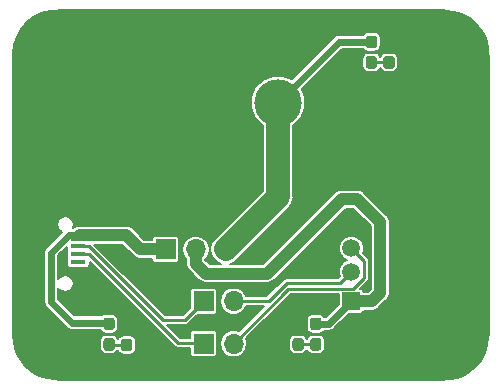
<source format=gbr>
G04 #@! TF.GenerationSoftware,KiCad,Pcbnew,(5.0.2-5-10.14)*
G04 #@! TF.CreationDate,2019-03-07T12:58:03+01:00*
G04 #@! TF.ProjectId,USBSwitch,55534253-7769-4746-9368-2e6b69636164,rev?*
G04 #@! TF.SameCoordinates,Original*
G04 #@! TF.FileFunction,Copper,L1,Top*
G04 #@! TF.FilePolarity,Positive*
%FSLAX46Y46*%
G04 Gerber Fmt 4.6, Leading zero omitted, Abs format (unit mm)*
G04 Created by KiCad (PCBNEW (5.0.2-5-10.14)) date 2019 March 07, Thursday 12:58:03*
%MOMM*%
%LPD*%
G01*
G04 APERTURE LIST*
G04 #@! TA.AperFunction,ComponentPad*
%ADD10C,4.000000*%
G04 #@! TD*
G04 #@! TA.AperFunction,ComponentPad*
%ADD11O,1.800000X1.150000*%
G04 #@! TD*
G04 #@! TA.AperFunction,ComponentPad*
%ADD12O,2.000000X1.450000*%
G04 #@! TD*
G04 #@! TA.AperFunction,SMDPad,CuDef*
%ADD13R,1.300000X0.450000*%
G04 #@! TD*
G04 #@! TA.AperFunction,ComponentPad*
%ADD14C,3.000000*%
G04 #@! TD*
G04 #@! TA.AperFunction,ComponentPad*
%ADD15R,1.500000X1.500000*%
G04 #@! TD*
G04 #@! TA.AperFunction,ComponentPad*
%ADD16C,1.500000*%
G04 #@! TD*
G04 #@! TA.AperFunction,ComponentPad*
%ADD17O,1.700000X1.700000*%
G04 #@! TD*
G04 #@! TA.AperFunction,ComponentPad*
%ADD18R,1.700000X1.700000*%
G04 #@! TD*
G04 #@! TA.AperFunction,Conductor*
%ADD19C,0.100000*%
G04 #@! TD*
G04 #@! TA.AperFunction,SMDPad,CuDef*
%ADD20C,0.950000*%
G04 #@! TD*
G04 #@! TA.AperFunction,ComponentPad*
%ADD21C,0.700000*%
G04 #@! TD*
G04 #@! TA.AperFunction,ComponentPad*
%ADD22C,4.400000*%
G04 #@! TD*
G04 #@! TA.AperFunction,ViaPad*
%ADD23C,0.800000*%
G04 #@! TD*
G04 #@! TA.AperFunction,Conductor*
%ADD24C,0.600000*%
G04 #@! TD*
G04 #@! TA.AperFunction,Conductor*
%ADD25C,0.250000*%
G04 #@! TD*
G04 #@! TA.AperFunction,Conductor*
%ADD26C,2.000000*%
G04 #@! TD*
G04 #@! TA.AperFunction,Conductor*
%ADD27C,1.000000*%
G04 #@! TD*
G04 #@! TA.AperFunction,Conductor*
%ADD28C,0.200000*%
G04 #@! TD*
G04 APERTURE END LIST*
D10*
G04 #@! TO.P,J2,1*
G04 #@! TO.N,GND*
X58100000Y-42200000D03*
G04 #@! TD*
G04 #@! TO.P,J1,1*
G04 #@! TO.N,+5V*
X72800000Y-42200000D03*
G04 #@! TD*
D11*
G04 #@! TO.P,J4,6*
G04 #@! TO.N,GND*
X52050000Y-58875000D03*
X52050000Y-51125000D03*
D12*
X55850000Y-58725000D03*
X55850000Y-51275000D03*
D13*
G04 #@! TO.P,J4,5*
X55900000Y-56300000D03*
G04 #@! TO.P,J4,4*
G04 #@! TO.N,N/C*
X55900000Y-55650000D03*
G04 #@! TO.P,J4,3*
G04 #@! TO.N,/D+*
X55900000Y-55000000D03*
G04 #@! TO.P,J4,2*
G04 #@! TO.N,/D-*
X55900000Y-54350000D03*
G04 #@! TO.P,J4,1*
G04 #@! TO.N,VBUS*
X55900000Y-53700000D03*
G04 #@! TD*
D14*
G04 #@! TO.P,J3,5*
G04 #@! TO.N,GND*
X81650000Y-48930000D03*
X81650000Y-62070000D03*
D15*
G04 #@! TO.P,J3,1*
G04 #@! TO.N,VCC*
X79000000Y-59000000D03*
D16*
G04 #@! TO.P,J3,2*
G04 #@! TO.N,Net-(J3-Pad2)*
X79000000Y-56500000D03*
G04 #@! TO.P,J3,3*
G04 #@! TO.N,Net-(J3-Pad3)*
X79000000Y-54500000D03*
G04 #@! TO.P,J3,4*
G04 #@! TO.N,GND*
X79000000Y-52000000D03*
G04 #@! TD*
D17*
G04 #@! TO.P,JP1,3*
G04 #@! TO.N,+5V*
X68380000Y-54600000D03*
G04 #@! TO.P,JP1,2*
G04 #@! TO.N,VCC*
X65840000Y-54600000D03*
D18*
G04 #@! TO.P,JP1,1*
G04 #@! TO.N,VBUS*
X63300000Y-54600000D03*
G04 #@! TD*
D17*
G04 #@! TO.P,JP2,2*
G04 #@! TO.N,Net-(J3-Pad3)*
X69040000Y-62600000D03*
D18*
G04 #@! TO.P,JP2,1*
G04 #@! TO.N,/D+*
X66500000Y-62600000D03*
G04 #@! TD*
D17*
G04 #@! TO.P,JP3,2*
G04 #@! TO.N,Net-(J3-Pad2)*
X69040000Y-59000000D03*
D18*
G04 #@! TO.P,JP3,1*
G04 #@! TO.N,/D-*
X66500000Y-59000000D03*
G04 #@! TD*
D19*
G04 #@! TO.N,Net-(D1-Pad2)*
G04 #@! TO.C,D1*
G36*
X82460779Y-38251144D02*
X82483834Y-38254563D01*
X82506443Y-38260227D01*
X82528387Y-38268079D01*
X82549457Y-38278044D01*
X82569448Y-38290026D01*
X82588168Y-38303910D01*
X82605438Y-38319562D01*
X82621090Y-38336832D01*
X82634974Y-38355552D01*
X82646956Y-38375543D01*
X82656921Y-38396613D01*
X82664773Y-38418557D01*
X82670437Y-38441166D01*
X82673856Y-38464221D01*
X82675000Y-38487500D01*
X82675000Y-39062500D01*
X82673856Y-39085779D01*
X82670437Y-39108834D01*
X82664773Y-39131443D01*
X82656921Y-39153387D01*
X82646956Y-39174457D01*
X82634974Y-39194448D01*
X82621090Y-39213168D01*
X82605438Y-39230438D01*
X82588168Y-39246090D01*
X82569448Y-39259974D01*
X82549457Y-39271956D01*
X82528387Y-39281921D01*
X82506443Y-39289773D01*
X82483834Y-39295437D01*
X82460779Y-39298856D01*
X82437500Y-39300000D01*
X81962500Y-39300000D01*
X81939221Y-39298856D01*
X81916166Y-39295437D01*
X81893557Y-39289773D01*
X81871613Y-39281921D01*
X81850543Y-39271956D01*
X81830552Y-39259974D01*
X81811832Y-39246090D01*
X81794562Y-39230438D01*
X81778910Y-39213168D01*
X81765026Y-39194448D01*
X81753044Y-39174457D01*
X81743079Y-39153387D01*
X81735227Y-39131443D01*
X81729563Y-39108834D01*
X81726144Y-39085779D01*
X81725000Y-39062500D01*
X81725000Y-38487500D01*
X81726144Y-38464221D01*
X81729563Y-38441166D01*
X81735227Y-38418557D01*
X81743079Y-38396613D01*
X81753044Y-38375543D01*
X81765026Y-38355552D01*
X81778910Y-38336832D01*
X81794562Y-38319562D01*
X81811832Y-38303910D01*
X81830552Y-38290026D01*
X81850543Y-38278044D01*
X81871613Y-38268079D01*
X81893557Y-38260227D01*
X81916166Y-38254563D01*
X81939221Y-38251144D01*
X81962500Y-38250000D01*
X82437500Y-38250000D01*
X82460779Y-38251144D01*
X82460779Y-38251144D01*
G37*
D20*
G04 #@! TD*
G04 #@! TO.P,D1,2*
G04 #@! TO.N,Net-(D1-Pad2)*
X82200000Y-38775000D03*
D19*
G04 #@! TO.N,GND*
G04 #@! TO.C,D1*
G36*
X82460779Y-36501144D02*
X82483834Y-36504563D01*
X82506443Y-36510227D01*
X82528387Y-36518079D01*
X82549457Y-36528044D01*
X82569448Y-36540026D01*
X82588168Y-36553910D01*
X82605438Y-36569562D01*
X82621090Y-36586832D01*
X82634974Y-36605552D01*
X82646956Y-36625543D01*
X82656921Y-36646613D01*
X82664773Y-36668557D01*
X82670437Y-36691166D01*
X82673856Y-36714221D01*
X82675000Y-36737500D01*
X82675000Y-37312500D01*
X82673856Y-37335779D01*
X82670437Y-37358834D01*
X82664773Y-37381443D01*
X82656921Y-37403387D01*
X82646956Y-37424457D01*
X82634974Y-37444448D01*
X82621090Y-37463168D01*
X82605438Y-37480438D01*
X82588168Y-37496090D01*
X82569448Y-37509974D01*
X82549457Y-37521956D01*
X82528387Y-37531921D01*
X82506443Y-37539773D01*
X82483834Y-37545437D01*
X82460779Y-37548856D01*
X82437500Y-37550000D01*
X81962500Y-37550000D01*
X81939221Y-37548856D01*
X81916166Y-37545437D01*
X81893557Y-37539773D01*
X81871613Y-37531921D01*
X81850543Y-37521956D01*
X81830552Y-37509974D01*
X81811832Y-37496090D01*
X81794562Y-37480438D01*
X81778910Y-37463168D01*
X81765026Y-37444448D01*
X81753044Y-37424457D01*
X81743079Y-37403387D01*
X81735227Y-37381443D01*
X81729563Y-37358834D01*
X81726144Y-37335779D01*
X81725000Y-37312500D01*
X81725000Y-36737500D01*
X81726144Y-36714221D01*
X81729563Y-36691166D01*
X81735227Y-36668557D01*
X81743079Y-36646613D01*
X81753044Y-36625543D01*
X81765026Y-36605552D01*
X81778910Y-36586832D01*
X81794562Y-36569562D01*
X81811832Y-36553910D01*
X81830552Y-36540026D01*
X81850543Y-36528044D01*
X81871613Y-36518079D01*
X81893557Y-36510227D01*
X81916166Y-36504563D01*
X81939221Y-36501144D01*
X81962500Y-36500000D01*
X82437500Y-36500000D01*
X82460779Y-36501144D01*
X82460779Y-36501144D01*
G37*
D20*
G04 #@! TD*
G04 #@! TO.P,D1,1*
G04 #@! TO.N,GND*
X82200000Y-37025000D03*
D19*
G04 #@! TO.N,Net-(D2-Pad2)*
G04 #@! TO.C,D2*
G36*
X60260779Y-62171144D02*
X60283834Y-62174563D01*
X60306443Y-62180227D01*
X60328387Y-62188079D01*
X60349457Y-62198044D01*
X60369448Y-62210026D01*
X60388168Y-62223910D01*
X60405438Y-62239562D01*
X60421090Y-62256832D01*
X60434974Y-62275552D01*
X60446956Y-62295543D01*
X60456921Y-62316613D01*
X60464773Y-62338557D01*
X60470437Y-62361166D01*
X60473856Y-62384221D01*
X60475000Y-62407500D01*
X60475000Y-62982500D01*
X60473856Y-63005779D01*
X60470437Y-63028834D01*
X60464773Y-63051443D01*
X60456921Y-63073387D01*
X60446956Y-63094457D01*
X60434974Y-63114448D01*
X60421090Y-63133168D01*
X60405438Y-63150438D01*
X60388168Y-63166090D01*
X60369448Y-63179974D01*
X60349457Y-63191956D01*
X60328387Y-63201921D01*
X60306443Y-63209773D01*
X60283834Y-63215437D01*
X60260779Y-63218856D01*
X60237500Y-63220000D01*
X59762500Y-63220000D01*
X59739221Y-63218856D01*
X59716166Y-63215437D01*
X59693557Y-63209773D01*
X59671613Y-63201921D01*
X59650543Y-63191956D01*
X59630552Y-63179974D01*
X59611832Y-63166090D01*
X59594562Y-63150438D01*
X59578910Y-63133168D01*
X59565026Y-63114448D01*
X59553044Y-63094457D01*
X59543079Y-63073387D01*
X59535227Y-63051443D01*
X59529563Y-63028834D01*
X59526144Y-63005779D01*
X59525000Y-62982500D01*
X59525000Y-62407500D01*
X59526144Y-62384221D01*
X59529563Y-62361166D01*
X59535227Y-62338557D01*
X59543079Y-62316613D01*
X59553044Y-62295543D01*
X59565026Y-62275552D01*
X59578910Y-62256832D01*
X59594562Y-62239562D01*
X59611832Y-62223910D01*
X59630552Y-62210026D01*
X59650543Y-62198044D01*
X59671613Y-62188079D01*
X59693557Y-62180227D01*
X59716166Y-62174563D01*
X59739221Y-62171144D01*
X59762500Y-62170000D01*
X60237500Y-62170000D01*
X60260779Y-62171144D01*
X60260779Y-62171144D01*
G37*
D20*
G04 #@! TD*
G04 #@! TO.P,D2,2*
G04 #@! TO.N,Net-(D2-Pad2)*
X60000000Y-62695000D03*
D19*
G04 #@! TO.N,GND*
G04 #@! TO.C,D2*
G36*
X60260779Y-60421144D02*
X60283834Y-60424563D01*
X60306443Y-60430227D01*
X60328387Y-60438079D01*
X60349457Y-60448044D01*
X60369448Y-60460026D01*
X60388168Y-60473910D01*
X60405438Y-60489562D01*
X60421090Y-60506832D01*
X60434974Y-60525552D01*
X60446956Y-60545543D01*
X60456921Y-60566613D01*
X60464773Y-60588557D01*
X60470437Y-60611166D01*
X60473856Y-60634221D01*
X60475000Y-60657500D01*
X60475000Y-61232500D01*
X60473856Y-61255779D01*
X60470437Y-61278834D01*
X60464773Y-61301443D01*
X60456921Y-61323387D01*
X60446956Y-61344457D01*
X60434974Y-61364448D01*
X60421090Y-61383168D01*
X60405438Y-61400438D01*
X60388168Y-61416090D01*
X60369448Y-61429974D01*
X60349457Y-61441956D01*
X60328387Y-61451921D01*
X60306443Y-61459773D01*
X60283834Y-61465437D01*
X60260779Y-61468856D01*
X60237500Y-61470000D01*
X59762500Y-61470000D01*
X59739221Y-61468856D01*
X59716166Y-61465437D01*
X59693557Y-61459773D01*
X59671613Y-61451921D01*
X59650543Y-61441956D01*
X59630552Y-61429974D01*
X59611832Y-61416090D01*
X59594562Y-61400438D01*
X59578910Y-61383168D01*
X59565026Y-61364448D01*
X59553044Y-61344457D01*
X59543079Y-61323387D01*
X59535227Y-61301443D01*
X59529563Y-61278834D01*
X59526144Y-61255779D01*
X59525000Y-61232500D01*
X59525000Y-60657500D01*
X59526144Y-60634221D01*
X59529563Y-60611166D01*
X59535227Y-60588557D01*
X59543079Y-60566613D01*
X59553044Y-60545543D01*
X59565026Y-60525552D01*
X59578910Y-60506832D01*
X59594562Y-60489562D01*
X59611832Y-60473910D01*
X59630552Y-60460026D01*
X59650543Y-60448044D01*
X59671613Y-60438079D01*
X59693557Y-60430227D01*
X59716166Y-60424563D01*
X59739221Y-60421144D01*
X59762500Y-60420000D01*
X60237500Y-60420000D01*
X60260779Y-60421144D01*
X60260779Y-60421144D01*
G37*
D20*
G04 #@! TD*
G04 #@! TO.P,D2,1*
G04 #@! TO.N,GND*
X60000000Y-60945000D03*
D19*
G04 #@! TO.N,Net-(D3-Pad2)*
G04 #@! TO.C,D3*
G36*
X74760779Y-62126144D02*
X74783834Y-62129563D01*
X74806443Y-62135227D01*
X74828387Y-62143079D01*
X74849457Y-62153044D01*
X74869448Y-62165026D01*
X74888168Y-62178910D01*
X74905438Y-62194562D01*
X74921090Y-62211832D01*
X74934974Y-62230552D01*
X74946956Y-62250543D01*
X74956921Y-62271613D01*
X74964773Y-62293557D01*
X74970437Y-62316166D01*
X74973856Y-62339221D01*
X74975000Y-62362500D01*
X74975000Y-62937500D01*
X74973856Y-62960779D01*
X74970437Y-62983834D01*
X74964773Y-63006443D01*
X74956921Y-63028387D01*
X74946956Y-63049457D01*
X74934974Y-63069448D01*
X74921090Y-63088168D01*
X74905438Y-63105438D01*
X74888168Y-63121090D01*
X74869448Y-63134974D01*
X74849457Y-63146956D01*
X74828387Y-63156921D01*
X74806443Y-63164773D01*
X74783834Y-63170437D01*
X74760779Y-63173856D01*
X74737500Y-63175000D01*
X74262500Y-63175000D01*
X74239221Y-63173856D01*
X74216166Y-63170437D01*
X74193557Y-63164773D01*
X74171613Y-63156921D01*
X74150543Y-63146956D01*
X74130552Y-63134974D01*
X74111832Y-63121090D01*
X74094562Y-63105438D01*
X74078910Y-63088168D01*
X74065026Y-63069448D01*
X74053044Y-63049457D01*
X74043079Y-63028387D01*
X74035227Y-63006443D01*
X74029563Y-62983834D01*
X74026144Y-62960779D01*
X74025000Y-62937500D01*
X74025000Y-62362500D01*
X74026144Y-62339221D01*
X74029563Y-62316166D01*
X74035227Y-62293557D01*
X74043079Y-62271613D01*
X74053044Y-62250543D01*
X74065026Y-62230552D01*
X74078910Y-62211832D01*
X74094562Y-62194562D01*
X74111832Y-62178910D01*
X74130552Y-62165026D01*
X74150543Y-62153044D01*
X74171613Y-62143079D01*
X74193557Y-62135227D01*
X74216166Y-62129563D01*
X74239221Y-62126144D01*
X74262500Y-62125000D01*
X74737500Y-62125000D01*
X74760779Y-62126144D01*
X74760779Y-62126144D01*
G37*
D20*
G04 #@! TD*
G04 #@! TO.P,D3,2*
G04 #@! TO.N,Net-(D3-Pad2)*
X74500000Y-62650000D03*
D19*
G04 #@! TO.N,GND*
G04 #@! TO.C,D3*
G36*
X74760779Y-60376144D02*
X74783834Y-60379563D01*
X74806443Y-60385227D01*
X74828387Y-60393079D01*
X74849457Y-60403044D01*
X74869448Y-60415026D01*
X74888168Y-60428910D01*
X74905438Y-60444562D01*
X74921090Y-60461832D01*
X74934974Y-60480552D01*
X74946956Y-60500543D01*
X74956921Y-60521613D01*
X74964773Y-60543557D01*
X74970437Y-60566166D01*
X74973856Y-60589221D01*
X74975000Y-60612500D01*
X74975000Y-61187500D01*
X74973856Y-61210779D01*
X74970437Y-61233834D01*
X74964773Y-61256443D01*
X74956921Y-61278387D01*
X74946956Y-61299457D01*
X74934974Y-61319448D01*
X74921090Y-61338168D01*
X74905438Y-61355438D01*
X74888168Y-61371090D01*
X74869448Y-61384974D01*
X74849457Y-61396956D01*
X74828387Y-61406921D01*
X74806443Y-61414773D01*
X74783834Y-61420437D01*
X74760779Y-61423856D01*
X74737500Y-61425000D01*
X74262500Y-61425000D01*
X74239221Y-61423856D01*
X74216166Y-61420437D01*
X74193557Y-61414773D01*
X74171613Y-61406921D01*
X74150543Y-61396956D01*
X74130552Y-61384974D01*
X74111832Y-61371090D01*
X74094562Y-61355438D01*
X74078910Y-61338168D01*
X74065026Y-61319448D01*
X74053044Y-61299457D01*
X74043079Y-61278387D01*
X74035227Y-61256443D01*
X74029563Y-61233834D01*
X74026144Y-61210779D01*
X74025000Y-61187500D01*
X74025000Y-60612500D01*
X74026144Y-60589221D01*
X74029563Y-60566166D01*
X74035227Y-60543557D01*
X74043079Y-60521613D01*
X74053044Y-60500543D01*
X74065026Y-60480552D01*
X74078910Y-60461832D01*
X74094562Y-60444562D01*
X74111832Y-60428910D01*
X74130552Y-60415026D01*
X74150543Y-60403044D01*
X74171613Y-60393079D01*
X74193557Y-60385227D01*
X74216166Y-60379563D01*
X74239221Y-60376144D01*
X74262500Y-60375000D01*
X74737500Y-60375000D01*
X74760779Y-60376144D01*
X74760779Y-60376144D01*
G37*
D20*
G04 #@! TD*
G04 #@! TO.P,D3,1*
G04 #@! TO.N,GND*
X74500000Y-60900000D03*
D21*
G04 #@! TO.P,H1,1*
G04 #@! TO.N,GND*
X88666726Y-36133274D03*
X87500000Y-35650000D03*
X86333274Y-36133274D03*
X85850000Y-37300000D03*
X86333274Y-38466726D03*
X87500000Y-38950000D03*
X88666726Y-38466726D03*
X89150000Y-37300000D03*
D22*
X87500000Y-37300000D03*
G04 #@! TD*
D21*
G04 #@! TO.P,H2,1*
G04 #@! TO.N,GND*
X54266726Y-61533274D03*
X53100000Y-61050000D03*
X51933274Y-61533274D03*
X51450000Y-62700000D03*
X51933274Y-63866726D03*
X53100000Y-64350000D03*
X54266726Y-63866726D03*
X54750000Y-62700000D03*
D22*
X53100000Y-62700000D03*
G04 #@! TD*
D19*
G04 #@! TO.N,Net-(D1-Pad2)*
G04 #@! TO.C,R1*
G36*
X80960779Y-38251144D02*
X80983834Y-38254563D01*
X81006443Y-38260227D01*
X81028387Y-38268079D01*
X81049457Y-38278044D01*
X81069448Y-38290026D01*
X81088168Y-38303910D01*
X81105438Y-38319562D01*
X81121090Y-38336832D01*
X81134974Y-38355552D01*
X81146956Y-38375543D01*
X81156921Y-38396613D01*
X81164773Y-38418557D01*
X81170437Y-38441166D01*
X81173856Y-38464221D01*
X81175000Y-38487500D01*
X81175000Y-39062500D01*
X81173856Y-39085779D01*
X81170437Y-39108834D01*
X81164773Y-39131443D01*
X81156921Y-39153387D01*
X81146956Y-39174457D01*
X81134974Y-39194448D01*
X81121090Y-39213168D01*
X81105438Y-39230438D01*
X81088168Y-39246090D01*
X81069448Y-39259974D01*
X81049457Y-39271956D01*
X81028387Y-39281921D01*
X81006443Y-39289773D01*
X80983834Y-39295437D01*
X80960779Y-39298856D01*
X80937500Y-39300000D01*
X80462500Y-39300000D01*
X80439221Y-39298856D01*
X80416166Y-39295437D01*
X80393557Y-39289773D01*
X80371613Y-39281921D01*
X80350543Y-39271956D01*
X80330552Y-39259974D01*
X80311832Y-39246090D01*
X80294562Y-39230438D01*
X80278910Y-39213168D01*
X80265026Y-39194448D01*
X80253044Y-39174457D01*
X80243079Y-39153387D01*
X80235227Y-39131443D01*
X80229563Y-39108834D01*
X80226144Y-39085779D01*
X80225000Y-39062500D01*
X80225000Y-38487500D01*
X80226144Y-38464221D01*
X80229563Y-38441166D01*
X80235227Y-38418557D01*
X80243079Y-38396613D01*
X80253044Y-38375543D01*
X80265026Y-38355552D01*
X80278910Y-38336832D01*
X80294562Y-38319562D01*
X80311832Y-38303910D01*
X80330552Y-38290026D01*
X80350543Y-38278044D01*
X80371613Y-38268079D01*
X80393557Y-38260227D01*
X80416166Y-38254563D01*
X80439221Y-38251144D01*
X80462500Y-38250000D01*
X80937500Y-38250000D01*
X80960779Y-38251144D01*
X80960779Y-38251144D01*
G37*
D20*
G04 #@! TD*
G04 #@! TO.P,R1,2*
G04 #@! TO.N,Net-(D1-Pad2)*
X80700000Y-38775000D03*
D19*
G04 #@! TO.N,+5V*
G04 #@! TO.C,R1*
G36*
X80960779Y-36501144D02*
X80983834Y-36504563D01*
X81006443Y-36510227D01*
X81028387Y-36518079D01*
X81049457Y-36528044D01*
X81069448Y-36540026D01*
X81088168Y-36553910D01*
X81105438Y-36569562D01*
X81121090Y-36586832D01*
X81134974Y-36605552D01*
X81146956Y-36625543D01*
X81156921Y-36646613D01*
X81164773Y-36668557D01*
X81170437Y-36691166D01*
X81173856Y-36714221D01*
X81175000Y-36737500D01*
X81175000Y-37312500D01*
X81173856Y-37335779D01*
X81170437Y-37358834D01*
X81164773Y-37381443D01*
X81156921Y-37403387D01*
X81146956Y-37424457D01*
X81134974Y-37444448D01*
X81121090Y-37463168D01*
X81105438Y-37480438D01*
X81088168Y-37496090D01*
X81069448Y-37509974D01*
X81049457Y-37521956D01*
X81028387Y-37531921D01*
X81006443Y-37539773D01*
X80983834Y-37545437D01*
X80960779Y-37548856D01*
X80937500Y-37550000D01*
X80462500Y-37550000D01*
X80439221Y-37548856D01*
X80416166Y-37545437D01*
X80393557Y-37539773D01*
X80371613Y-37531921D01*
X80350543Y-37521956D01*
X80330552Y-37509974D01*
X80311832Y-37496090D01*
X80294562Y-37480438D01*
X80278910Y-37463168D01*
X80265026Y-37444448D01*
X80253044Y-37424457D01*
X80243079Y-37403387D01*
X80235227Y-37381443D01*
X80229563Y-37358834D01*
X80226144Y-37335779D01*
X80225000Y-37312500D01*
X80225000Y-36737500D01*
X80226144Y-36714221D01*
X80229563Y-36691166D01*
X80235227Y-36668557D01*
X80243079Y-36646613D01*
X80253044Y-36625543D01*
X80265026Y-36605552D01*
X80278910Y-36586832D01*
X80294562Y-36569562D01*
X80311832Y-36553910D01*
X80330552Y-36540026D01*
X80350543Y-36528044D01*
X80371613Y-36518079D01*
X80393557Y-36510227D01*
X80416166Y-36504563D01*
X80439221Y-36501144D01*
X80462500Y-36500000D01*
X80937500Y-36500000D01*
X80960779Y-36501144D01*
X80960779Y-36501144D01*
G37*
D20*
G04 #@! TD*
G04 #@! TO.P,R1,1*
G04 #@! TO.N,+5V*
X80700000Y-37025000D03*
D19*
G04 #@! TO.N,Net-(D2-Pad2)*
G04 #@! TO.C,R2*
G36*
X58760779Y-62126144D02*
X58783834Y-62129563D01*
X58806443Y-62135227D01*
X58828387Y-62143079D01*
X58849457Y-62153044D01*
X58869448Y-62165026D01*
X58888168Y-62178910D01*
X58905438Y-62194562D01*
X58921090Y-62211832D01*
X58934974Y-62230552D01*
X58946956Y-62250543D01*
X58956921Y-62271613D01*
X58964773Y-62293557D01*
X58970437Y-62316166D01*
X58973856Y-62339221D01*
X58975000Y-62362500D01*
X58975000Y-62937500D01*
X58973856Y-62960779D01*
X58970437Y-62983834D01*
X58964773Y-63006443D01*
X58956921Y-63028387D01*
X58946956Y-63049457D01*
X58934974Y-63069448D01*
X58921090Y-63088168D01*
X58905438Y-63105438D01*
X58888168Y-63121090D01*
X58869448Y-63134974D01*
X58849457Y-63146956D01*
X58828387Y-63156921D01*
X58806443Y-63164773D01*
X58783834Y-63170437D01*
X58760779Y-63173856D01*
X58737500Y-63175000D01*
X58262500Y-63175000D01*
X58239221Y-63173856D01*
X58216166Y-63170437D01*
X58193557Y-63164773D01*
X58171613Y-63156921D01*
X58150543Y-63146956D01*
X58130552Y-63134974D01*
X58111832Y-63121090D01*
X58094562Y-63105438D01*
X58078910Y-63088168D01*
X58065026Y-63069448D01*
X58053044Y-63049457D01*
X58043079Y-63028387D01*
X58035227Y-63006443D01*
X58029563Y-62983834D01*
X58026144Y-62960779D01*
X58025000Y-62937500D01*
X58025000Y-62362500D01*
X58026144Y-62339221D01*
X58029563Y-62316166D01*
X58035227Y-62293557D01*
X58043079Y-62271613D01*
X58053044Y-62250543D01*
X58065026Y-62230552D01*
X58078910Y-62211832D01*
X58094562Y-62194562D01*
X58111832Y-62178910D01*
X58130552Y-62165026D01*
X58150543Y-62153044D01*
X58171613Y-62143079D01*
X58193557Y-62135227D01*
X58216166Y-62129563D01*
X58239221Y-62126144D01*
X58262500Y-62125000D01*
X58737500Y-62125000D01*
X58760779Y-62126144D01*
X58760779Y-62126144D01*
G37*
D20*
G04 #@! TD*
G04 #@! TO.P,R2,2*
G04 #@! TO.N,Net-(D2-Pad2)*
X58500000Y-62650000D03*
D19*
G04 #@! TO.N,VBUS*
G04 #@! TO.C,R2*
G36*
X58760779Y-60376144D02*
X58783834Y-60379563D01*
X58806443Y-60385227D01*
X58828387Y-60393079D01*
X58849457Y-60403044D01*
X58869448Y-60415026D01*
X58888168Y-60428910D01*
X58905438Y-60444562D01*
X58921090Y-60461832D01*
X58934974Y-60480552D01*
X58946956Y-60500543D01*
X58956921Y-60521613D01*
X58964773Y-60543557D01*
X58970437Y-60566166D01*
X58973856Y-60589221D01*
X58975000Y-60612500D01*
X58975000Y-61187500D01*
X58973856Y-61210779D01*
X58970437Y-61233834D01*
X58964773Y-61256443D01*
X58956921Y-61278387D01*
X58946956Y-61299457D01*
X58934974Y-61319448D01*
X58921090Y-61338168D01*
X58905438Y-61355438D01*
X58888168Y-61371090D01*
X58869448Y-61384974D01*
X58849457Y-61396956D01*
X58828387Y-61406921D01*
X58806443Y-61414773D01*
X58783834Y-61420437D01*
X58760779Y-61423856D01*
X58737500Y-61425000D01*
X58262500Y-61425000D01*
X58239221Y-61423856D01*
X58216166Y-61420437D01*
X58193557Y-61414773D01*
X58171613Y-61406921D01*
X58150543Y-61396956D01*
X58130552Y-61384974D01*
X58111832Y-61371090D01*
X58094562Y-61355438D01*
X58078910Y-61338168D01*
X58065026Y-61319448D01*
X58053044Y-61299457D01*
X58043079Y-61278387D01*
X58035227Y-61256443D01*
X58029563Y-61233834D01*
X58026144Y-61210779D01*
X58025000Y-61187500D01*
X58025000Y-60612500D01*
X58026144Y-60589221D01*
X58029563Y-60566166D01*
X58035227Y-60543557D01*
X58043079Y-60521613D01*
X58053044Y-60500543D01*
X58065026Y-60480552D01*
X58078910Y-60461832D01*
X58094562Y-60444562D01*
X58111832Y-60428910D01*
X58130552Y-60415026D01*
X58150543Y-60403044D01*
X58171613Y-60393079D01*
X58193557Y-60385227D01*
X58216166Y-60379563D01*
X58239221Y-60376144D01*
X58262500Y-60375000D01*
X58737500Y-60375000D01*
X58760779Y-60376144D01*
X58760779Y-60376144D01*
G37*
D20*
G04 #@! TD*
G04 #@! TO.P,R2,1*
G04 #@! TO.N,VBUS*
X58500000Y-60900000D03*
D19*
G04 #@! TO.N,Net-(D3-Pad2)*
G04 #@! TO.C,R3*
G36*
X76260779Y-62126144D02*
X76283834Y-62129563D01*
X76306443Y-62135227D01*
X76328387Y-62143079D01*
X76349457Y-62153044D01*
X76369448Y-62165026D01*
X76388168Y-62178910D01*
X76405438Y-62194562D01*
X76421090Y-62211832D01*
X76434974Y-62230552D01*
X76446956Y-62250543D01*
X76456921Y-62271613D01*
X76464773Y-62293557D01*
X76470437Y-62316166D01*
X76473856Y-62339221D01*
X76475000Y-62362500D01*
X76475000Y-62937500D01*
X76473856Y-62960779D01*
X76470437Y-62983834D01*
X76464773Y-63006443D01*
X76456921Y-63028387D01*
X76446956Y-63049457D01*
X76434974Y-63069448D01*
X76421090Y-63088168D01*
X76405438Y-63105438D01*
X76388168Y-63121090D01*
X76369448Y-63134974D01*
X76349457Y-63146956D01*
X76328387Y-63156921D01*
X76306443Y-63164773D01*
X76283834Y-63170437D01*
X76260779Y-63173856D01*
X76237500Y-63175000D01*
X75762500Y-63175000D01*
X75739221Y-63173856D01*
X75716166Y-63170437D01*
X75693557Y-63164773D01*
X75671613Y-63156921D01*
X75650543Y-63146956D01*
X75630552Y-63134974D01*
X75611832Y-63121090D01*
X75594562Y-63105438D01*
X75578910Y-63088168D01*
X75565026Y-63069448D01*
X75553044Y-63049457D01*
X75543079Y-63028387D01*
X75535227Y-63006443D01*
X75529563Y-62983834D01*
X75526144Y-62960779D01*
X75525000Y-62937500D01*
X75525000Y-62362500D01*
X75526144Y-62339221D01*
X75529563Y-62316166D01*
X75535227Y-62293557D01*
X75543079Y-62271613D01*
X75553044Y-62250543D01*
X75565026Y-62230552D01*
X75578910Y-62211832D01*
X75594562Y-62194562D01*
X75611832Y-62178910D01*
X75630552Y-62165026D01*
X75650543Y-62153044D01*
X75671613Y-62143079D01*
X75693557Y-62135227D01*
X75716166Y-62129563D01*
X75739221Y-62126144D01*
X75762500Y-62125000D01*
X76237500Y-62125000D01*
X76260779Y-62126144D01*
X76260779Y-62126144D01*
G37*
D20*
G04 #@! TD*
G04 #@! TO.P,R3,2*
G04 #@! TO.N,Net-(D3-Pad2)*
X76000000Y-62650000D03*
D19*
G04 #@! TO.N,VCC*
G04 #@! TO.C,R3*
G36*
X76260779Y-60376144D02*
X76283834Y-60379563D01*
X76306443Y-60385227D01*
X76328387Y-60393079D01*
X76349457Y-60403044D01*
X76369448Y-60415026D01*
X76388168Y-60428910D01*
X76405438Y-60444562D01*
X76421090Y-60461832D01*
X76434974Y-60480552D01*
X76446956Y-60500543D01*
X76456921Y-60521613D01*
X76464773Y-60543557D01*
X76470437Y-60566166D01*
X76473856Y-60589221D01*
X76475000Y-60612500D01*
X76475000Y-61187500D01*
X76473856Y-61210779D01*
X76470437Y-61233834D01*
X76464773Y-61256443D01*
X76456921Y-61278387D01*
X76446956Y-61299457D01*
X76434974Y-61319448D01*
X76421090Y-61338168D01*
X76405438Y-61355438D01*
X76388168Y-61371090D01*
X76369448Y-61384974D01*
X76349457Y-61396956D01*
X76328387Y-61406921D01*
X76306443Y-61414773D01*
X76283834Y-61420437D01*
X76260779Y-61423856D01*
X76237500Y-61425000D01*
X75762500Y-61425000D01*
X75739221Y-61423856D01*
X75716166Y-61420437D01*
X75693557Y-61414773D01*
X75671613Y-61406921D01*
X75650543Y-61396956D01*
X75630552Y-61384974D01*
X75611832Y-61371090D01*
X75594562Y-61355438D01*
X75578910Y-61338168D01*
X75565026Y-61319448D01*
X75553044Y-61299457D01*
X75543079Y-61278387D01*
X75535227Y-61256443D01*
X75529563Y-61233834D01*
X75526144Y-61210779D01*
X75525000Y-61187500D01*
X75525000Y-60612500D01*
X75526144Y-60589221D01*
X75529563Y-60566166D01*
X75535227Y-60543557D01*
X75543079Y-60521613D01*
X75553044Y-60500543D01*
X75565026Y-60480552D01*
X75578910Y-60461832D01*
X75594562Y-60444562D01*
X75611832Y-60428910D01*
X75630552Y-60415026D01*
X75650543Y-60403044D01*
X75671613Y-60393079D01*
X75693557Y-60385227D01*
X75716166Y-60379563D01*
X75739221Y-60376144D01*
X75762500Y-60375000D01*
X76237500Y-60375000D01*
X76260779Y-60376144D01*
X76260779Y-60376144D01*
G37*
D20*
G04 #@! TD*
G04 #@! TO.P,R3,1*
G04 #@! TO.N,VCC*
X76000000Y-60900000D03*
D23*
G04 #@! TO.N,GND*
X52000000Y-38000000D03*
X52000000Y-40000000D03*
X52000000Y-42000000D03*
X52000000Y-44000000D03*
X52000000Y-46000000D03*
X52000000Y-48000000D03*
X52000000Y-36000000D03*
X54000000Y-36000000D03*
X56000000Y-36000000D03*
X58000000Y-36000000D03*
X60000000Y-36000000D03*
X62000000Y-36000000D03*
X64000000Y-36000000D03*
X66000000Y-36000000D03*
X68000000Y-36000000D03*
X70000000Y-36000000D03*
X72000000Y-36000000D03*
X74000000Y-36000000D03*
X76000000Y-36000000D03*
X78000000Y-36000000D03*
X89000000Y-42000000D03*
X89000000Y-44000000D03*
X89000000Y-46000000D03*
X89000000Y-48000000D03*
X89000000Y-50000000D03*
X89000000Y-52000000D03*
X89000000Y-54000000D03*
X89000000Y-56000000D03*
X89000000Y-58000000D03*
X89000000Y-60000000D03*
X89000000Y-62000000D03*
X88000000Y-64000000D03*
X86000000Y-64000000D03*
X84000000Y-64000000D03*
X57000000Y-64000000D03*
X60000000Y-64000000D03*
X63000000Y-64000000D03*
X71000000Y-64000000D03*
X74000000Y-64000000D03*
X77000000Y-64000000D03*
X79000000Y-64000000D03*
X62000000Y-40000000D03*
X62000000Y-44000000D03*
X62000000Y-48000000D03*
X67000000Y-48000000D03*
X67000000Y-44000000D03*
X67000000Y-40000000D03*
X57000000Y-48000000D03*
X78000000Y-48000000D03*
X78000000Y-45000000D03*
X78000000Y-41000000D03*
X82000000Y-45000000D03*
X86000000Y-45000000D03*
X86000000Y-49000000D03*
X86000000Y-53000000D03*
X86000000Y-57000000D03*
X86000000Y-61000000D03*
X67000000Y-52000000D03*
X62000000Y-52000000D03*
X82000000Y-41000000D03*
X86000000Y-41000000D03*
X54500000Y-56300000D03*
X57300000Y-56700000D03*
X82700000Y-35900000D03*
X60955000Y-61000000D03*
X73500000Y-60899986D03*
G04 #@! TD*
D24*
G04 #@! TO.N,GND*
X82200000Y-36400000D02*
X82700000Y-35900000D01*
X82200000Y-37025000D02*
X82200000Y-36400000D01*
X60000000Y-61000000D02*
X60955000Y-61000000D01*
X74500000Y-60900000D02*
X73500014Y-60900000D01*
X73500014Y-60900000D02*
X73500000Y-60899986D01*
X56409316Y-56375001D02*
X54575001Y-56375001D01*
X56734315Y-56700000D02*
X56409316Y-56375001D01*
X54575001Y-56375001D02*
X54500000Y-56300000D01*
X57300000Y-56700000D02*
X56734315Y-56700000D01*
D25*
G04 #@! TO.N,Net-(J3-Pad3)*
X79749999Y-55249999D02*
X79000000Y-54500000D01*
X80075001Y-55575001D02*
X79749999Y-55249999D01*
X80075001Y-57016001D02*
X80075001Y-55575001D01*
X79166003Y-57924999D02*
X80075001Y-57016001D01*
X73711411Y-57924999D02*
X77989999Y-57924999D01*
X69136411Y-62500000D02*
X73686399Y-57950011D01*
X69040000Y-62500000D02*
X69136411Y-62500000D01*
X77989999Y-57924999D02*
X79166003Y-57924999D01*
G04 #@! TO.N,Net-(J3-Pad2)*
X78025012Y-57474988D02*
X79000000Y-56500000D01*
X73525012Y-57474988D02*
X78025012Y-57474988D01*
X72000000Y-59000000D02*
X73525012Y-57474988D01*
X69040000Y-59000000D02*
X72000000Y-59000000D01*
D26*
G04 #@! TO.N,+5V*
X72800000Y-50180000D02*
X72800000Y-42200000D01*
X68380000Y-54600000D02*
X72800000Y-50180000D01*
D24*
X77975000Y-37025000D02*
X80700000Y-37025000D01*
X72800000Y-42200000D02*
X77975000Y-37025000D01*
G04 #@! TO.N,VCC*
X77100000Y-60900000D02*
X76000000Y-60900000D01*
X79000000Y-59000000D02*
X77100000Y-60900000D01*
D27*
X65840000Y-55802081D02*
X66687919Y-56650000D01*
X65840000Y-54600000D02*
X65840000Y-55802081D01*
X66687919Y-56650000D02*
X71900000Y-56650000D01*
X79496002Y-50350000D02*
X81450000Y-52303998D01*
X78200000Y-50350000D02*
X79496002Y-50350000D01*
X71900000Y-56650000D02*
X78200000Y-50350000D01*
X80750000Y-59000000D02*
X79000000Y-59000000D01*
X81450000Y-58300000D02*
X80750000Y-59000000D01*
X81450000Y-52303998D02*
X81450000Y-58300000D01*
G04 #@! TO.N,VBUS*
X63300000Y-54600000D02*
X61150000Y-54600000D01*
X61150000Y-54600000D02*
X59950001Y-53400001D01*
D24*
X58399999Y-60799999D02*
X58500000Y-60900000D01*
X53599999Y-59079706D02*
X55320292Y-60799999D01*
X53599999Y-54874999D02*
X53599999Y-59079706D01*
X55320292Y-60799999D02*
X58399999Y-60799999D01*
X55074997Y-53400001D02*
X53599999Y-54874999D01*
D27*
X59950001Y-53400001D02*
X55999999Y-53400001D01*
D24*
X55074997Y-53400001D02*
X55999999Y-53400001D01*
D25*
G04 #@! TO.N,Net-(D1-Pad2)*
X80700000Y-38775000D02*
X82200000Y-38775000D01*
G04 #@! TO.N,Net-(D2-Pad2)*
X60000000Y-62695000D02*
X58545000Y-62695000D01*
G04 #@! TO.N,Net-(D3-Pad2)*
X74500000Y-62650000D02*
X76000000Y-62650000D01*
G04 #@! TO.N,/D-*
X64900000Y-60600000D02*
X66500000Y-59000000D01*
X63050000Y-60600000D02*
X64900000Y-60600000D01*
X56800000Y-54350000D02*
X63050000Y-60600000D01*
X55900000Y-54350000D02*
X56800000Y-54350000D01*
G04 #@! TO.N,/D+*
X64349990Y-62500000D02*
X66500000Y-62500000D01*
X64800000Y-62500000D02*
X64349990Y-62500000D01*
X55900000Y-55000000D02*
X56800000Y-55000000D01*
X64300000Y-62500000D02*
X64349990Y-62500000D01*
X56800000Y-55000000D02*
X64300000Y-62500000D01*
G04 #@! TD*
D28*
G04 #@! TO.N,GND*
G36*
X86918202Y-34391547D02*
X86959577Y-34397952D01*
X87723466Y-34475545D01*
X88417379Y-34693004D01*
X89053394Y-35045552D01*
X89605527Y-35518788D01*
X90051229Y-36093384D01*
X90372285Y-36745857D01*
X90556832Y-37454341D01*
X90601179Y-38030687D01*
X90615495Y-38110255D01*
X90625001Y-38134021D01*
X90625000Y-61866039D01*
X90608453Y-61918202D01*
X90602048Y-61959577D01*
X90524455Y-62723465D01*
X90306996Y-63417379D01*
X89954446Y-64053395D01*
X89481212Y-64605527D01*
X88906616Y-65051229D01*
X88254146Y-65372285D01*
X87545659Y-65556832D01*
X86969313Y-65601179D01*
X86889746Y-65615495D01*
X86865982Y-65625000D01*
X54133961Y-65625000D01*
X54081798Y-65608453D01*
X54040423Y-65602048D01*
X53276535Y-65524455D01*
X52582621Y-65306996D01*
X51946605Y-64954446D01*
X51394473Y-64481212D01*
X50948771Y-63906616D01*
X50627715Y-63254146D01*
X50443168Y-62545659D01*
X50429075Y-62362500D01*
X57719123Y-62362500D01*
X57719123Y-62937500D01*
X57760485Y-63145441D01*
X57878274Y-63321726D01*
X58054559Y-63439515D01*
X58262500Y-63480877D01*
X58737500Y-63480877D01*
X58945441Y-63439515D01*
X59121726Y-63321726D01*
X59239515Y-63145441D01*
X59244576Y-63120000D01*
X59246473Y-63120000D01*
X59260485Y-63190441D01*
X59378274Y-63366726D01*
X59554559Y-63484515D01*
X59762500Y-63525877D01*
X60237500Y-63525877D01*
X60445441Y-63484515D01*
X60621726Y-63366726D01*
X60739515Y-63190441D01*
X60780877Y-62982500D01*
X60780877Y-62407500D01*
X60739515Y-62199559D01*
X60621726Y-62023274D01*
X60445441Y-61905485D01*
X60237500Y-61864123D01*
X59762500Y-61864123D01*
X59554559Y-61905485D01*
X59378274Y-62023274D01*
X59260485Y-62199559D01*
X59254476Y-62229771D01*
X59239515Y-62154559D01*
X59121726Y-61978274D01*
X58945441Y-61860485D01*
X58737500Y-61819123D01*
X58262500Y-61819123D01*
X58054559Y-61860485D01*
X57878274Y-61978274D01*
X57760485Y-62154559D01*
X57719123Y-62362500D01*
X50429075Y-62362500D01*
X50398821Y-61969313D01*
X50384505Y-61889746D01*
X50375000Y-61865982D01*
X50375000Y-54874999D01*
X52988246Y-54874999D01*
X52999999Y-54934085D01*
X53000000Y-59020615D01*
X52988246Y-59079706D01*
X53034813Y-59313814D01*
X53114669Y-59433326D01*
X53167425Y-59512281D01*
X53217519Y-59545753D01*
X54854244Y-61182479D01*
X54887717Y-61232574D01*
X55086184Y-61365186D01*
X55261201Y-61399999D01*
X55261204Y-61399999D01*
X55320292Y-61411752D01*
X55379380Y-61399999D01*
X57763531Y-61399999D01*
X57878274Y-61571726D01*
X58054559Y-61689515D01*
X58262500Y-61730877D01*
X58737500Y-61730877D01*
X58945441Y-61689515D01*
X59121726Y-61571726D01*
X59239515Y-61395441D01*
X59280877Y-61187500D01*
X59280877Y-60612500D01*
X59239515Y-60404559D01*
X59121726Y-60228274D01*
X58945441Y-60110485D01*
X58737500Y-60069123D01*
X58262500Y-60069123D01*
X58054559Y-60110485D01*
X57920591Y-60199999D01*
X55568820Y-60199999D01*
X54199999Y-58831179D01*
X54199999Y-57862000D01*
X54295329Y-58004671D01*
X54526874Y-58159385D01*
X54731060Y-58200000D01*
X54868940Y-58200000D01*
X55073126Y-58159385D01*
X55304671Y-58004671D01*
X55459385Y-57773126D01*
X55513713Y-57500000D01*
X55459385Y-57226874D01*
X55304671Y-56995329D01*
X55073126Y-56840615D01*
X54868940Y-56800000D01*
X54731060Y-56800000D01*
X54526874Y-56840615D01*
X54295329Y-56995329D01*
X54199999Y-57138000D01*
X54199999Y-55123526D01*
X54944123Y-54379403D01*
X54944123Y-54575000D01*
X54964015Y-54675000D01*
X54944123Y-54775000D01*
X54944123Y-55225000D01*
X54964015Y-55325000D01*
X54944123Y-55425000D01*
X54944123Y-55875000D01*
X54967407Y-55992054D01*
X55033712Y-56091288D01*
X55132946Y-56157593D01*
X55250000Y-56180877D01*
X56550000Y-56180877D01*
X56667054Y-56157593D01*
X56766288Y-56091288D01*
X56832593Y-55992054D01*
X56855877Y-55875000D01*
X56855877Y-55656917D01*
X63969881Y-62770922D01*
X63993592Y-62806408D01*
X64029077Y-62830118D01*
X64134173Y-62900341D01*
X64300000Y-62933326D01*
X64341857Y-62925000D01*
X65344123Y-62925000D01*
X65344123Y-63450000D01*
X65367407Y-63567054D01*
X65433712Y-63666288D01*
X65532946Y-63732593D01*
X65650000Y-63755877D01*
X67350000Y-63755877D01*
X67467054Y-63732593D01*
X67566288Y-63666288D01*
X67632593Y-63567054D01*
X67655877Y-63450000D01*
X67655877Y-61750000D01*
X67632593Y-61632946D01*
X67566288Y-61533712D01*
X67467054Y-61467407D01*
X67350000Y-61444123D01*
X65650000Y-61444123D01*
X65532946Y-61467407D01*
X65433712Y-61533712D01*
X65367407Y-61632946D01*
X65344123Y-61750000D01*
X65344123Y-62075000D01*
X64476041Y-62075000D01*
X63426041Y-61025000D01*
X64858143Y-61025000D01*
X64900000Y-61033326D01*
X64941857Y-61025000D01*
X64941858Y-61025000D01*
X65065827Y-61000341D01*
X65206408Y-60906408D01*
X65230121Y-60870919D01*
X65945163Y-60155877D01*
X67350000Y-60155877D01*
X67467054Y-60132593D01*
X67566288Y-60066288D01*
X67632593Y-59967054D01*
X67655877Y-59850000D01*
X67655877Y-58150000D01*
X67632593Y-58032946D01*
X67566288Y-57933712D01*
X67467054Y-57867407D01*
X67350000Y-57844123D01*
X65650000Y-57844123D01*
X65532946Y-57867407D01*
X65433712Y-57933712D01*
X65367407Y-58032946D01*
X65344123Y-58150000D01*
X65344123Y-59554837D01*
X64723960Y-60175000D01*
X63226041Y-60175000D01*
X57251041Y-54200001D01*
X59618631Y-54200001D01*
X60528603Y-55109974D01*
X60573233Y-55176767D01*
X60640025Y-55221396D01*
X60640026Y-55221397D01*
X60645888Y-55225314D01*
X60837856Y-55353583D01*
X61071211Y-55400000D01*
X61071216Y-55400000D01*
X61150000Y-55415671D01*
X61228784Y-55400000D01*
X62144123Y-55400000D01*
X62144123Y-55450000D01*
X62167407Y-55567054D01*
X62233712Y-55666288D01*
X62332946Y-55732593D01*
X62450000Y-55755877D01*
X64150000Y-55755877D01*
X64267054Y-55732593D01*
X64366288Y-55666288D01*
X64432593Y-55567054D01*
X64455877Y-55450000D01*
X64455877Y-54600000D01*
X64667471Y-54600000D01*
X64756724Y-55048707D01*
X65010897Y-55429103D01*
X65040001Y-55448549D01*
X65040001Y-55723293D01*
X65024329Y-55802081D01*
X65040001Y-55880870D01*
X65044824Y-55905119D01*
X65086418Y-56114225D01*
X65218603Y-56312054D01*
X65218605Y-56312056D01*
X65263234Y-56378848D01*
X65330026Y-56423477D01*
X66066521Y-57159972D01*
X66111152Y-57226767D01*
X66254290Y-57322409D01*
X66375774Y-57403583D01*
X66687919Y-57465672D01*
X66766708Y-57450000D01*
X71821216Y-57450000D01*
X71900000Y-57465671D01*
X71978784Y-57450000D01*
X71978789Y-57450000D01*
X72212144Y-57403583D01*
X72476767Y-57226767D01*
X72521398Y-57159972D01*
X78531371Y-51150000D01*
X79164632Y-51150000D01*
X80650000Y-52635369D01*
X80650001Y-57968628D01*
X80418630Y-58200000D01*
X80045931Y-58200000D01*
X80032593Y-58132946D01*
X79966288Y-58033712D01*
X79867054Y-57967407D01*
X79750000Y-57944123D01*
X79747919Y-57944123D01*
X80345924Y-57346119D01*
X80381409Y-57322409D01*
X80475342Y-57181828D01*
X80500001Y-57057859D01*
X80500001Y-57057858D01*
X80508327Y-57016002D01*
X80500001Y-56974144D01*
X80500001Y-55616858D01*
X80508327Y-55575000D01*
X80475342Y-55409174D01*
X80405119Y-55304078D01*
X80381409Y-55268593D01*
X80345923Y-55244882D01*
X80080119Y-54979079D01*
X80080117Y-54979076D01*
X79979676Y-54878635D01*
X80050000Y-54708858D01*
X80050000Y-54291142D01*
X79890147Y-53905223D01*
X79594777Y-53609853D01*
X79208858Y-53450000D01*
X78791142Y-53450000D01*
X78405223Y-53609853D01*
X78109853Y-53905223D01*
X77950000Y-54291142D01*
X77950000Y-54708858D01*
X78109853Y-55094777D01*
X78405223Y-55390147D01*
X78670431Y-55500000D01*
X78405223Y-55609853D01*
X78109853Y-55905223D01*
X77950000Y-56291142D01*
X77950000Y-56708858D01*
X78020324Y-56878635D01*
X77848972Y-57049988D01*
X73566869Y-57049988D01*
X73525012Y-57041662D01*
X73483154Y-57049988D01*
X73359185Y-57074647D01*
X73218604Y-57168580D01*
X73194893Y-57204066D01*
X71823960Y-58575000D01*
X70127992Y-58575000D01*
X70123276Y-58551293D01*
X69869103Y-58170897D01*
X69488707Y-57916724D01*
X69153261Y-57850000D01*
X68926739Y-57850000D01*
X68591293Y-57916724D01*
X68210897Y-58170897D01*
X67956724Y-58551293D01*
X67867471Y-59000000D01*
X67956724Y-59448707D01*
X68210897Y-59829103D01*
X68591293Y-60083276D01*
X68926739Y-60150000D01*
X69153261Y-60150000D01*
X69488707Y-60083276D01*
X69869103Y-59829103D01*
X70123276Y-59448707D01*
X70127992Y-59425000D01*
X71610370Y-59425000D01*
X69506655Y-61528716D01*
X69488707Y-61516724D01*
X69153261Y-61450000D01*
X68926739Y-61450000D01*
X68591293Y-61516724D01*
X68210897Y-61770897D01*
X67956724Y-62151293D01*
X67867471Y-62600000D01*
X67956724Y-63048707D01*
X68210897Y-63429103D01*
X68591293Y-63683276D01*
X68926739Y-63750000D01*
X69153261Y-63750000D01*
X69488707Y-63683276D01*
X69869103Y-63429103D01*
X70123276Y-63048707D01*
X70212529Y-62600000D01*
X70165288Y-62362500D01*
X73719123Y-62362500D01*
X73719123Y-62937500D01*
X73760485Y-63145441D01*
X73878274Y-63321726D01*
X74054559Y-63439515D01*
X74262500Y-63480877D01*
X74737500Y-63480877D01*
X74945441Y-63439515D01*
X75121726Y-63321726D01*
X75239515Y-63145441D01*
X75250000Y-63092729D01*
X75260485Y-63145441D01*
X75378274Y-63321726D01*
X75554559Y-63439515D01*
X75762500Y-63480877D01*
X76237500Y-63480877D01*
X76445441Y-63439515D01*
X76621726Y-63321726D01*
X76739515Y-63145441D01*
X76780877Y-62937500D01*
X76780877Y-62362500D01*
X76739515Y-62154559D01*
X76621726Y-61978274D01*
X76445441Y-61860485D01*
X76237500Y-61819123D01*
X75762500Y-61819123D01*
X75554559Y-61860485D01*
X75378274Y-61978274D01*
X75260485Y-62154559D01*
X75250000Y-62207271D01*
X75239515Y-62154559D01*
X75121726Y-61978274D01*
X74945441Y-61860485D01*
X74737500Y-61819123D01*
X74262500Y-61819123D01*
X74054559Y-61860485D01*
X73878274Y-61978274D01*
X73760485Y-62154559D01*
X73719123Y-62362500D01*
X70165288Y-62362500D01*
X70123276Y-62151293D01*
X70108409Y-62129042D01*
X73887452Y-58349999D01*
X77944123Y-58349999D01*
X77944123Y-59207349D01*
X76851473Y-60300000D01*
X76669651Y-60300000D01*
X76621726Y-60228274D01*
X76445441Y-60110485D01*
X76237500Y-60069123D01*
X75762500Y-60069123D01*
X75554559Y-60110485D01*
X75378274Y-60228274D01*
X75260485Y-60404559D01*
X75219123Y-60612500D01*
X75219123Y-61187500D01*
X75260485Y-61395441D01*
X75378274Y-61571726D01*
X75554559Y-61689515D01*
X75762500Y-61730877D01*
X76237500Y-61730877D01*
X76445441Y-61689515D01*
X76621726Y-61571726D01*
X76669651Y-61500000D01*
X77040914Y-61500000D01*
X77100000Y-61511753D01*
X77159086Y-61500000D01*
X77159091Y-61500000D01*
X77334108Y-61465187D01*
X77532575Y-61332575D01*
X77566049Y-61282478D01*
X78792651Y-60055877D01*
X79750000Y-60055877D01*
X79867054Y-60032593D01*
X79966288Y-59966288D01*
X80032593Y-59867054D01*
X80045931Y-59800000D01*
X80671216Y-59800000D01*
X80750000Y-59815671D01*
X80828784Y-59800000D01*
X80828789Y-59800000D01*
X81062144Y-59753583D01*
X81326767Y-59576767D01*
X81371398Y-59509972D01*
X81959974Y-58921397D01*
X82026767Y-58876767D01*
X82203583Y-58612144D01*
X82250000Y-58378789D01*
X82250000Y-58378785D01*
X82265671Y-58300001D01*
X82250000Y-58221217D01*
X82250000Y-52382781D01*
X82265671Y-52303997D01*
X82250000Y-52225213D01*
X82250000Y-52225209D01*
X82203583Y-51991854D01*
X82026767Y-51727231D01*
X81959975Y-51682602D01*
X80117400Y-49840028D01*
X80072769Y-49773233D01*
X79808146Y-49596417D01*
X79574791Y-49550000D01*
X79574786Y-49550000D01*
X79496002Y-49534329D01*
X79417218Y-49550000D01*
X78278783Y-49550000D01*
X78199999Y-49534329D01*
X78121215Y-49550000D01*
X78121211Y-49550000D01*
X77887856Y-49596417D01*
X77623233Y-49773233D01*
X77578604Y-49840025D01*
X71568630Y-55850000D01*
X68759402Y-55850000D01*
X68887234Y-55824573D01*
X69208702Y-55609774D01*
X73628703Y-51189774D01*
X73737247Y-51117247D01*
X74024573Y-50687235D01*
X74100000Y-50308037D01*
X74100000Y-50308033D01*
X74125467Y-50180000D01*
X74100000Y-50051967D01*
X74100000Y-44151025D01*
X74102846Y-44149846D01*
X74749846Y-43502846D01*
X75100000Y-42657499D01*
X75100000Y-41742501D01*
X74808872Y-41039655D01*
X77361027Y-38487500D01*
X79919123Y-38487500D01*
X79919123Y-39062500D01*
X79960485Y-39270441D01*
X80078274Y-39446726D01*
X80254559Y-39564515D01*
X80462500Y-39605877D01*
X80937500Y-39605877D01*
X81145441Y-39564515D01*
X81321726Y-39446726D01*
X81439515Y-39270441D01*
X81450000Y-39217729D01*
X81460485Y-39270441D01*
X81578274Y-39446726D01*
X81754559Y-39564515D01*
X81962500Y-39605877D01*
X82437500Y-39605877D01*
X82645441Y-39564515D01*
X82821726Y-39446726D01*
X82939515Y-39270441D01*
X82980877Y-39062500D01*
X82980877Y-38487500D01*
X82939515Y-38279559D01*
X82821726Y-38103274D01*
X82645441Y-37985485D01*
X82437500Y-37944123D01*
X81962500Y-37944123D01*
X81754559Y-37985485D01*
X81578274Y-38103274D01*
X81460485Y-38279559D01*
X81450000Y-38332271D01*
X81439515Y-38279559D01*
X81321726Y-38103274D01*
X81145441Y-37985485D01*
X80937500Y-37944123D01*
X80462500Y-37944123D01*
X80254559Y-37985485D01*
X80078274Y-38103274D01*
X79960485Y-38279559D01*
X79919123Y-38487500D01*
X77361027Y-38487500D01*
X78223528Y-37625000D01*
X80030349Y-37625000D01*
X80078274Y-37696726D01*
X80254559Y-37814515D01*
X80462500Y-37855877D01*
X80937500Y-37855877D01*
X81145441Y-37814515D01*
X81321726Y-37696726D01*
X81439515Y-37520441D01*
X81480877Y-37312500D01*
X81480877Y-36737500D01*
X81439515Y-36529559D01*
X81321726Y-36353274D01*
X81145441Y-36235485D01*
X80937500Y-36194123D01*
X80462500Y-36194123D01*
X80254559Y-36235485D01*
X80078274Y-36353274D01*
X80030349Y-36425000D01*
X78034086Y-36425000D01*
X77974999Y-36413247D01*
X77915913Y-36425000D01*
X77915909Y-36425000D01*
X77740892Y-36459813D01*
X77542425Y-36592425D01*
X77508953Y-36642519D01*
X73960345Y-40191128D01*
X73257499Y-39900000D01*
X72342501Y-39900000D01*
X71497154Y-40250154D01*
X70850154Y-40897154D01*
X70500000Y-41742501D01*
X70500000Y-42657499D01*
X70850154Y-43502846D01*
X71497154Y-44149846D01*
X71500001Y-44151025D01*
X71500000Y-49641523D01*
X67370226Y-53771298D01*
X67155427Y-54092766D01*
X67054533Y-54600000D01*
X67155427Y-55107234D01*
X67442753Y-55537247D01*
X67872766Y-55824573D01*
X68000598Y-55850000D01*
X67019289Y-55850000D01*
X66640000Y-55470711D01*
X66640000Y-55448549D01*
X66669103Y-55429103D01*
X66923276Y-55048707D01*
X67012529Y-54600000D01*
X66923276Y-54151293D01*
X66669103Y-53770897D01*
X66288707Y-53516724D01*
X65953261Y-53450000D01*
X65726739Y-53450000D01*
X65391293Y-53516724D01*
X65010897Y-53770897D01*
X64756724Y-54151293D01*
X64667471Y-54600000D01*
X64455877Y-54600000D01*
X64455877Y-53750000D01*
X64432593Y-53632946D01*
X64366288Y-53533712D01*
X64267054Y-53467407D01*
X64150000Y-53444123D01*
X62450000Y-53444123D01*
X62332946Y-53467407D01*
X62233712Y-53533712D01*
X62167407Y-53632946D01*
X62144123Y-53750000D01*
X62144123Y-53800000D01*
X61481371Y-53800000D01*
X60571399Y-52890029D01*
X60526768Y-52823234D01*
X60262145Y-52646418D01*
X60028790Y-52600001D01*
X60028785Y-52600001D01*
X59950001Y-52584330D01*
X59871217Y-52600001D01*
X55921210Y-52600001D01*
X55687855Y-52646418D01*
X55458003Y-52800001D01*
X55441428Y-52800001D01*
X55459385Y-52773126D01*
X55513713Y-52500000D01*
X55459385Y-52226874D01*
X55304671Y-51995329D01*
X55073126Y-51840615D01*
X54868940Y-51800000D01*
X54731060Y-51800000D01*
X54526874Y-51840615D01*
X54295329Y-51995329D01*
X54140615Y-52226874D01*
X54086287Y-52500000D01*
X54140615Y-52773126D01*
X54295329Y-53004671D01*
X54491033Y-53135437D01*
X53217521Y-54408950D01*
X53167424Y-54442424D01*
X53034812Y-54640892D01*
X52999999Y-54815909D01*
X52999999Y-54815913D01*
X52988246Y-54874999D01*
X50375000Y-54874999D01*
X50375000Y-38133961D01*
X50391547Y-38081798D01*
X50397952Y-38040423D01*
X50475545Y-37276534D01*
X50693004Y-36582621D01*
X51045552Y-35946606D01*
X51518788Y-35394473D01*
X52093384Y-34948771D01*
X52745857Y-34627715D01*
X53454341Y-34443168D01*
X54030687Y-34398821D01*
X54110255Y-34384505D01*
X54134019Y-34375000D01*
X86866039Y-34375000D01*
X86918202Y-34391547D01*
X86918202Y-34391547D01*
G37*
X86918202Y-34391547D02*
X86959577Y-34397952D01*
X87723466Y-34475545D01*
X88417379Y-34693004D01*
X89053394Y-35045552D01*
X89605527Y-35518788D01*
X90051229Y-36093384D01*
X90372285Y-36745857D01*
X90556832Y-37454341D01*
X90601179Y-38030687D01*
X90615495Y-38110255D01*
X90625001Y-38134021D01*
X90625000Y-61866039D01*
X90608453Y-61918202D01*
X90602048Y-61959577D01*
X90524455Y-62723465D01*
X90306996Y-63417379D01*
X89954446Y-64053395D01*
X89481212Y-64605527D01*
X88906616Y-65051229D01*
X88254146Y-65372285D01*
X87545659Y-65556832D01*
X86969313Y-65601179D01*
X86889746Y-65615495D01*
X86865982Y-65625000D01*
X54133961Y-65625000D01*
X54081798Y-65608453D01*
X54040423Y-65602048D01*
X53276535Y-65524455D01*
X52582621Y-65306996D01*
X51946605Y-64954446D01*
X51394473Y-64481212D01*
X50948771Y-63906616D01*
X50627715Y-63254146D01*
X50443168Y-62545659D01*
X50429075Y-62362500D01*
X57719123Y-62362500D01*
X57719123Y-62937500D01*
X57760485Y-63145441D01*
X57878274Y-63321726D01*
X58054559Y-63439515D01*
X58262500Y-63480877D01*
X58737500Y-63480877D01*
X58945441Y-63439515D01*
X59121726Y-63321726D01*
X59239515Y-63145441D01*
X59244576Y-63120000D01*
X59246473Y-63120000D01*
X59260485Y-63190441D01*
X59378274Y-63366726D01*
X59554559Y-63484515D01*
X59762500Y-63525877D01*
X60237500Y-63525877D01*
X60445441Y-63484515D01*
X60621726Y-63366726D01*
X60739515Y-63190441D01*
X60780877Y-62982500D01*
X60780877Y-62407500D01*
X60739515Y-62199559D01*
X60621726Y-62023274D01*
X60445441Y-61905485D01*
X60237500Y-61864123D01*
X59762500Y-61864123D01*
X59554559Y-61905485D01*
X59378274Y-62023274D01*
X59260485Y-62199559D01*
X59254476Y-62229771D01*
X59239515Y-62154559D01*
X59121726Y-61978274D01*
X58945441Y-61860485D01*
X58737500Y-61819123D01*
X58262500Y-61819123D01*
X58054559Y-61860485D01*
X57878274Y-61978274D01*
X57760485Y-62154559D01*
X57719123Y-62362500D01*
X50429075Y-62362500D01*
X50398821Y-61969313D01*
X50384505Y-61889746D01*
X50375000Y-61865982D01*
X50375000Y-54874999D01*
X52988246Y-54874999D01*
X52999999Y-54934085D01*
X53000000Y-59020615D01*
X52988246Y-59079706D01*
X53034813Y-59313814D01*
X53114669Y-59433326D01*
X53167425Y-59512281D01*
X53217519Y-59545753D01*
X54854244Y-61182479D01*
X54887717Y-61232574D01*
X55086184Y-61365186D01*
X55261201Y-61399999D01*
X55261204Y-61399999D01*
X55320292Y-61411752D01*
X55379380Y-61399999D01*
X57763531Y-61399999D01*
X57878274Y-61571726D01*
X58054559Y-61689515D01*
X58262500Y-61730877D01*
X58737500Y-61730877D01*
X58945441Y-61689515D01*
X59121726Y-61571726D01*
X59239515Y-61395441D01*
X59280877Y-61187500D01*
X59280877Y-60612500D01*
X59239515Y-60404559D01*
X59121726Y-60228274D01*
X58945441Y-60110485D01*
X58737500Y-60069123D01*
X58262500Y-60069123D01*
X58054559Y-60110485D01*
X57920591Y-60199999D01*
X55568820Y-60199999D01*
X54199999Y-58831179D01*
X54199999Y-57862000D01*
X54295329Y-58004671D01*
X54526874Y-58159385D01*
X54731060Y-58200000D01*
X54868940Y-58200000D01*
X55073126Y-58159385D01*
X55304671Y-58004671D01*
X55459385Y-57773126D01*
X55513713Y-57500000D01*
X55459385Y-57226874D01*
X55304671Y-56995329D01*
X55073126Y-56840615D01*
X54868940Y-56800000D01*
X54731060Y-56800000D01*
X54526874Y-56840615D01*
X54295329Y-56995329D01*
X54199999Y-57138000D01*
X54199999Y-55123526D01*
X54944123Y-54379403D01*
X54944123Y-54575000D01*
X54964015Y-54675000D01*
X54944123Y-54775000D01*
X54944123Y-55225000D01*
X54964015Y-55325000D01*
X54944123Y-55425000D01*
X54944123Y-55875000D01*
X54967407Y-55992054D01*
X55033712Y-56091288D01*
X55132946Y-56157593D01*
X55250000Y-56180877D01*
X56550000Y-56180877D01*
X56667054Y-56157593D01*
X56766288Y-56091288D01*
X56832593Y-55992054D01*
X56855877Y-55875000D01*
X56855877Y-55656917D01*
X63969881Y-62770922D01*
X63993592Y-62806408D01*
X64029077Y-62830118D01*
X64134173Y-62900341D01*
X64300000Y-62933326D01*
X64341857Y-62925000D01*
X65344123Y-62925000D01*
X65344123Y-63450000D01*
X65367407Y-63567054D01*
X65433712Y-63666288D01*
X65532946Y-63732593D01*
X65650000Y-63755877D01*
X67350000Y-63755877D01*
X67467054Y-63732593D01*
X67566288Y-63666288D01*
X67632593Y-63567054D01*
X67655877Y-63450000D01*
X67655877Y-61750000D01*
X67632593Y-61632946D01*
X67566288Y-61533712D01*
X67467054Y-61467407D01*
X67350000Y-61444123D01*
X65650000Y-61444123D01*
X65532946Y-61467407D01*
X65433712Y-61533712D01*
X65367407Y-61632946D01*
X65344123Y-61750000D01*
X65344123Y-62075000D01*
X64476041Y-62075000D01*
X63426041Y-61025000D01*
X64858143Y-61025000D01*
X64900000Y-61033326D01*
X64941857Y-61025000D01*
X64941858Y-61025000D01*
X65065827Y-61000341D01*
X65206408Y-60906408D01*
X65230121Y-60870919D01*
X65945163Y-60155877D01*
X67350000Y-60155877D01*
X67467054Y-60132593D01*
X67566288Y-60066288D01*
X67632593Y-59967054D01*
X67655877Y-59850000D01*
X67655877Y-58150000D01*
X67632593Y-58032946D01*
X67566288Y-57933712D01*
X67467054Y-57867407D01*
X67350000Y-57844123D01*
X65650000Y-57844123D01*
X65532946Y-57867407D01*
X65433712Y-57933712D01*
X65367407Y-58032946D01*
X65344123Y-58150000D01*
X65344123Y-59554837D01*
X64723960Y-60175000D01*
X63226041Y-60175000D01*
X57251041Y-54200001D01*
X59618631Y-54200001D01*
X60528603Y-55109974D01*
X60573233Y-55176767D01*
X60640025Y-55221396D01*
X60640026Y-55221397D01*
X60645888Y-55225314D01*
X60837856Y-55353583D01*
X61071211Y-55400000D01*
X61071216Y-55400000D01*
X61150000Y-55415671D01*
X61228784Y-55400000D01*
X62144123Y-55400000D01*
X62144123Y-55450000D01*
X62167407Y-55567054D01*
X62233712Y-55666288D01*
X62332946Y-55732593D01*
X62450000Y-55755877D01*
X64150000Y-55755877D01*
X64267054Y-55732593D01*
X64366288Y-55666288D01*
X64432593Y-55567054D01*
X64455877Y-55450000D01*
X64455877Y-54600000D01*
X64667471Y-54600000D01*
X64756724Y-55048707D01*
X65010897Y-55429103D01*
X65040001Y-55448549D01*
X65040001Y-55723293D01*
X65024329Y-55802081D01*
X65040001Y-55880870D01*
X65044824Y-55905119D01*
X65086418Y-56114225D01*
X65218603Y-56312054D01*
X65218605Y-56312056D01*
X65263234Y-56378848D01*
X65330026Y-56423477D01*
X66066521Y-57159972D01*
X66111152Y-57226767D01*
X66254290Y-57322409D01*
X66375774Y-57403583D01*
X66687919Y-57465672D01*
X66766708Y-57450000D01*
X71821216Y-57450000D01*
X71900000Y-57465671D01*
X71978784Y-57450000D01*
X71978789Y-57450000D01*
X72212144Y-57403583D01*
X72476767Y-57226767D01*
X72521398Y-57159972D01*
X78531371Y-51150000D01*
X79164632Y-51150000D01*
X80650000Y-52635369D01*
X80650001Y-57968628D01*
X80418630Y-58200000D01*
X80045931Y-58200000D01*
X80032593Y-58132946D01*
X79966288Y-58033712D01*
X79867054Y-57967407D01*
X79750000Y-57944123D01*
X79747919Y-57944123D01*
X80345924Y-57346119D01*
X80381409Y-57322409D01*
X80475342Y-57181828D01*
X80500001Y-57057859D01*
X80500001Y-57057858D01*
X80508327Y-57016002D01*
X80500001Y-56974144D01*
X80500001Y-55616858D01*
X80508327Y-55575000D01*
X80475342Y-55409174D01*
X80405119Y-55304078D01*
X80381409Y-55268593D01*
X80345923Y-55244882D01*
X80080119Y-54979079D01*
X80080117Y-54979076D01*
X79979676Y-54878635D01*
X80050000Y-54708858D01*
X80050000Y-54291142D01*
X79890147Y-53905223D01*
X79594777Y-53609853D01*
X79208858Y-53450000D01*
X78791142Y-53450000D01*
X78405223Y-53609853D01*
X78109853Y-53905223D01*
X77950000Y-54291142D01*
X77950000Y-54708858D01*
X78109853Y-55094777D01*
X78405223Y-55390147D01*
X78670431Y-55500000D01*
X78405223Y-55609853D01*
X78109853Y-55905223D01*
X77950000Y-56291142D01*
X77950000Y-56708858D01*
X78020324Y-56878635D01*
X77848972Y-57049988D01*
X73566869Y-57049988D01*
X73525012Y-57041662D01*
X73483154Y-57049988D01*
X73359185Y-57074647D01*
X73218604Y-57168580D01*
X73194893Y-57204066D01*
X71823960Y-58575000D01*
X70127992Y-58575000D01*
X70123276Y-58551293D01*
X69869103Y-58170897D01*
X69488707Y-57916724D01*
X69153261Y-57850000D01*
X68926739Y-57850000D01*
X68591293Y-57916724D01*
X68210897Y-58170897D01*
X67956724Y-58551293D01*
X67867471Y-59000000D01*
X67956724Y-59448707D01*
X68210897Y-59829103D01*
X68591293Y-60083276D01*
X68926739Y-60150000D01*
X69153261Y-60150000D01*
X69488707Y-60083276D01*
X69869103Y-59829103D01*
X70123276Y-59448707D01*
X70127992Y-59425000D01*
X71610370Y-59425000D01*
X69506655Y-61528716D01*
X69488707Y-61516724D01*
X69153261Y-61450000D01*
X68926739Y-61450000D01*
X68591293Y-61516724D01*
X68210897Y-61770897D01*
X67956724Y-62151293D01*
X67867471Y-62600000D01*
X67956724Y-63048707D01*
X68210897Y-63429103D01*
X68591293Y-63683276D01*
X68926739Y-63750000D01*
X69153261Y-63750000D01*
X69488707Y-63683276D01*
X69869103Y-63429103D01*
X70123276Y-63048707D01*
X70212529Y-62600000D01*
X70165288Y-62362500D01*
X73719123Y-62362500D01*
X73719123Y-62937500D01*
X73760485Y-63145441D01*
X73878274Y-63321726D01*
X74054559Y-63439515D01*
X74262500Y-63480877D01*
X74737500Y-63480877D01*
X74945441Y-63439515D01*
X75121726Y-63321726D01*
X75239515Y-63145441D01*
X75250000Y-63092729D01*
X75260485Y-63145441D01*
X75378274Y-63321726D01*
X75554559Y-63439515D01*
X75762500Y-63480877D01*
X76237500Y-63480877D01*
X76445441Y-63439515D01*
X76621726Y-63321726D01*
X76739515Y-63145441D01*
X76780877Y-62937500D01*
X76780877Y-62362500D01*
X76739515Y-62154559D01*
X76621726Y-61978274D01*
X76445441Y-61860485D01*
X76237500Y-61819123D01*
X75762500Y-61819123D01*
X75554559Y-61860485D01*
X75378274Y-61978274D01*
X75260485Y-62154559D01*
X75250000Y-62207271D01*
X75239515Y-62154559D01*
X75121726Y-61978274D01*
X74945441Y-61860485D01*
X74737500Y-61819123D01*
X74262500Y-61819123D01*
X74054559Y-61860485D01*
X73878274Y-61978274D01*
X73760485Y-62154559D01*
X73719123Y-62362500D01*
X70165288Y-62362500D01*
X70123276Y-62151293D01*
X70108409Y-62129042D01*
X73887452Y-58349999D01*
X77944123Y-58349999D01*
X77944123Y-59207349D01*
X76851473Y-60300000D01*
X76669651Y-60300000D01*
X76621726Y-60228274D01*
X76445441Y-60110485D01*
X76237500Y-60069123D01*
X75762500Y-60069123D01*
X75554559Y-60110485D01*
X75378274Y-60228274D01*
X75260485Y-60404559D01*
X75219123Y-60612500D01*
X75219123Y-61187500D01*
X75260485Y-61395441D01*
X75378274Y-61571726D01*
X75554559Y-61689515D01*
X75762500Y-61730877D01*
X76237500Y-61730877D01*
X76445441Y-61689515D01*
X76621726Y-61571726D01*
X76669651Y-61500000D01*
X77040914Y-61500000D01*
X77100000Y-61511753D01*
X77159086Y-61500000D01*
X77159091Y-61500000D01*
X77334108Y-61465187D01*
X77532575Y-61332575D01*
X77566049Y-61282478D01*
X78792651Y-60055877D01*
X79750000Y-60055877D01*
X79867054Y-60032593D01*
X79966288Y-59966288D01*
X80032593Y-59867054D01*
X80045931Y-59800000D01*
X80671216Y-59800000D01*
X80750000Y-59815671D01*
X80828784Y-59800000D01*
X80828789Y-59800000D01*
X81062144Y-59753583D01*
X81326767Y-59576767D01*
X81371398Y-59509972D01*
X81959974Y-58921397D01*
X82026767Y-58876767D01*
X82203583Y-58612144D01*
X82250000Y-58378789D01*
X82250000Y-58378785D01*
X82265671Y-58300001D01*
X82250000Y-58221217D01*
X82250000Y-52382781D01*
X82265671Y-52303997D01*
X82250000Y-52225213D01*
X82250000Y-52225209D01*
X82203583Y-51991854D01*
X82026767Y-51727231D01*
X81959975Y-51682602D01*
X80117400Y-49840028D01*
X80072769Y-49773233D01*
X79808146Y-49596417D01*
X79574791Y-49550000D01*
X79574786Y-49550000D01*
X79496002Y-49534329D01*
X79417218Y-49550000D01*
X78278783Y-49550000D01*
X78199999Y-49534329D01*
X78121215Y-49550000D01*
X78121211Y-49550000D01*
X77887856Y-49596417D01*
X77623233Y-49773233D01*
X77578604Y-49840025D01*
X71568630Y-55850000D01*
X68759402Y-55850000D01*
X68887234Y-55824573D01*
X69208702Y-55609774D01*
X73628703Y-51189774D01*
X73737247Y-51117247D01*
X74024573Y-50687235D01*
X74100000Y-50308037D01*
X74100000Y-50308033D01*
X74125467Y-50180000D01*
X74100000Y-50051967D01*
X74100000Y-44151025D01*
X74102846Y-44149846D01*
X74749846Y-43502846D01*
X75100000Y-42657499D01*
X75100000Y-41742501D01*
X74808872Y-41039655D01*
X77361027Y-38487500D01*
X79919123Y-38487500D01*
X79919123Y-39062500D01*
X79960485Y-39270441D01*
X80078274Y-39446726D01*
X80254559Y-39564515D01*
X80462500Y-39605877D01*
X80937500Y-39605877D01*
X81145441Y-39564515D01*
X81321726Y-39446726D01*
X81439515Y-39270441D01*
X81450000Y-39217729D01*
X81460485Y-39270441D01*
X81578274Y-39446726D01*
X81754559Y-39564515D01*
X81962500Y-39605877D01*
X82437500Y-39605877D01*
X82645441Y-39564515D01*
X82821726Y-39446726D01*
X82939515Y-39270441D01*
X82980877Y-39062500D01*
X82980877Y-38487500D01*
X82939515Y-38279559D01*
X82821726Y-38103274D01*
X82645441Y-37985485D01*
X82437500Y-37944123D01*
X81962500Y-37944123D01*
X81754559Y-37985485D01*
X81578274Y-38103274D01*
X81460485Y-38279559D01*
X81450000Y-38332271D01*
X81439515Y-38279559D01*
X81321726Y-38103274D01*
X81145441Y-37985485D01*
X80937500Y-37944123D01*
X80462500Y-37944123D01*
X80254559Y-37985485D01*
X80078274Y-38103274D01*
X79960485Y-38279559D01*
X79919123Y-38487500D01*
X77361027Y-38487500D01*
X78223528Y-37625000D01*
X80030349Y-37625000D01*
X80078274Y-37696726D01*
X80254559Y-37814515D01*
X80462500Y-37855877D01*
X80937500Y-37855877D01*
X81145441Y-37814515D01*
X81321726Y-37696726D01*
X81439515Y-37520441D01*
X81480877Y-37312500D01*
X81480877Y-36737500D01*
X81439515Y-36529559D01*
X81321726Y-36353274D01*
X81145441Y-36235485D01*
X80937500Y-36194123D01*
X80462500Y-36194123D01*
X80254559Y-36235485D01*
X80078274Y-36353274D01*
X80030349Y-36425000D01*
X78034086Y-36425000D01*
X77974999Y-36413247D01*
X77915913Y-36425000D01*
X77915909Y-36425000D01*
X77740892Y-36459813D01*
X77542425Y-36592425D01*
X77508953Y-36642519D01*
X73960345Y-40191128D01*
X73257499Y-39900000D01*
X72342501Y-39900000D01*
X71497154Y-40250154D01*
X70850154Y-40897154D01*
X70500000Y-41742501D01*
X70500000Y-42657499D01*
X70850154Y-43502846D01*
X71497154Y-44149846D01*
X71500001Y-44151025D01*
X71500000Y-49641523D01*
X67370226Y-53771298D01*
X67155427Y-54092766D01*
X67054533Y-54600000D01*
X67155427Y-55107234D01*
X67442753Y-55537247D01*
X67872766Y-55824573D01*
X68000598Y-55850000D01*
X67019289Y-55850000D01*
X66640000Y-55470711D01*
X66640000Y-55448549D01*
X66669103Y-55429103D01*
X66923276Y-55048707D01*
X67012529Y-54600000D01*
X66923276Y-54151293D01*
X66669103Y-53770897D01*
X66288707Y-53516724D01*
X65953261Y-53450000D01*
X65726739Y-53450000D01*
X65391293Y-53516724D01*
X65010897Y-53770897D01*
X64756724Y-54151293D01*
X64667471Y-54600000D01*
X64455877Y-54600000D01*
X64455877Y-53750000D01*
X64432593Y-53632946D01*
X64366288Y-53533712D01*
X64267054Y-53467407D01*
X64150000Y-53444123D01*
X62450000Y-53444123D01*
X62332946Y-53467407D01*
X62233712Y-53533712D01*
X62167407Y-53632946D01*
X62144123Y-53750000D01*
X62144123Y-53800000D01*
X61481371Y-53800000D01*
X60571399Y-52890029D01*
X60526768Y-52823234D01*
X60262145Y-52646418D01*
X60028790Y-52600001D01*
X60028785Y-52600001D01*
X59950001Y-52584330D01*
X59871217Y-52600001D01*
X55921210Y-52600001D01*
X55687855Y-52646418D01*
X55458003Y-52800001D01*
X55441428Y-52800001D01*
X55459385Y-52773126D01*
X55513713Y-52500000D01*
X55459385Y-52226874D01*
X55304671Y-51995329D01*
X55073126Y-51840615D01*
X54868940Y-51800000D01*
X54731060Y-51800000D01*
X54526874Y-51840615D01*
X54295329Y-51995329D01*
X54140615Y-52226874D01*
X54086287Y-52500000D01*
X54140615Y-52773126D01*
X54295329Y-53004671D01*
X54491033Y-53135437D01*
X53217521Y-54408950D01*
X53167424Y-54442424D01*
X53034812Y-54640892D01*
X52999999Y-54815909D01*
X52999999Y-54815913D01*
X52988246Y-54874999D01*
X50375000Y-54874999D01*
X50375000Y-38133961D01*
X50391547Y-38081798D01*
X50397952Y-38040423D01*
X50475545Y-37276534D01*
X50693004Y-36582621D01*
X51045552Y-35946606D01*
X51518788Y-35394473D01*
X52093384Y-34948771D01*
X52745857Y-34627715D01*
X53454341Y-34443168D01*
X54030687Y-34398821D01*
X54110255Y-34384505D01*
X54134019Y-34375000D01*
X86866039Y-34375000D01*
X86918202Y-34391547D01*
G04 #@! TD*
M02*

</source>
